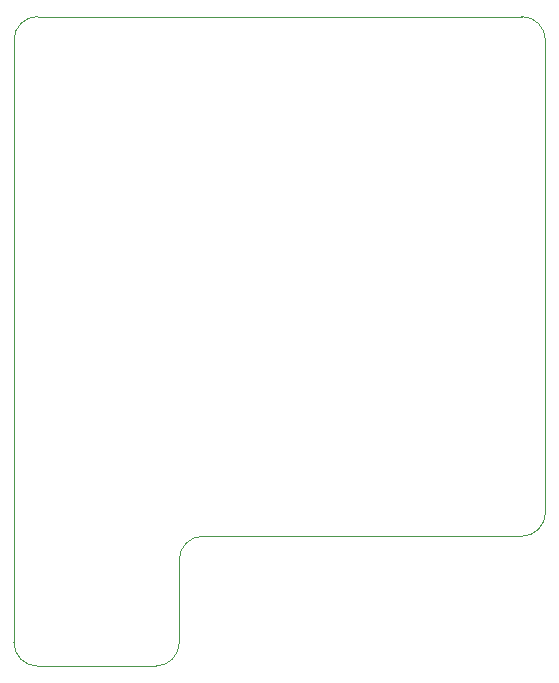
<source format=gbr>
G04 #@! TF.GenerationSoftware,KiCad,Pcbnew,5.1.6*
G04 #@! TF.CreationDate,2020-07-27T17:19:51+02:00*
G04 #@! TF.ProjectId,motor-board,6d6f746f-722d-4626-9f61-72642e6b6963,1*
G04 #@! TF.SameCoordinates,Original*
G04 #@! TF.FileFunction,Profile,NP*
%FSLAX46Y46*%
G04 Gerber Fmt 4.6, Leading zero omitted, Abs format (unit mm)*
G04 Created by KiCad (PCBNEW 5.1.6) date 2020-07-27 17:19:51*
%MOMM*%
%LPD*%
G01*
G04 APERTURE LIST*
G04 #@! TA.AperFunction,Profile*
%ADD10C,0.100000*%
G04 #@! TD*
G04 APERTURE END LIST*
D10*
X156000000Y-72000000D02*
G75*
G02*
X158000000Y-70000000I2000000J0D01*
G01*
X199000000Y-70000000D02*
G75*
G02*
X201000000Y-72000000I0J-2000000D01*
G01*
X201000000Y-112000000D02*
G75*
G02*
X199000000Y-114000000I-2000000J0D01*
G01*
X170000000Y-116000000D02*
G75*
G02*
X172000000Y-114000000I2000000J0D01*
G01*
X158000000Y-125000000D02*
G75*
G02*
X156000000Y-123000000I0J2000000D01*
G01*
X170000000Y-123000000D02*
G75*
G02*
X168000000Y-125000000I-2000000J0D01*
G01*
X158000000Y-125000000D02*
X168000000Y-125000000D01*
X201000000Y-112000000D02*
X201000000Y-72000000D01*
X172000000Y-114000000D02*
X199000000Y-114000000D01*
X158000000Y-70000000D02*
X199000000Y-70000000D01*
X156000000Y-123000000D02*
X156000000Y-72000000D01*
X170000000Y-123000000D02*
X170000000Y-116000000D01*
M02*

</source>
